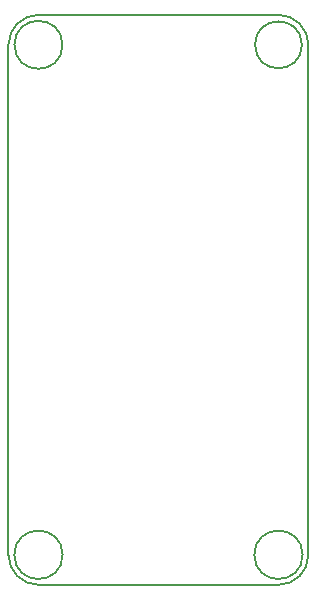
<source format=gbr>
G04 #@! TF.GenerationSoftware,KiCad,Pcbnew,(5.0.1)-4*
G04 #@! TF.CreationDate,2018-12-08T00:24:21+01:00*
G04 #@! TF.ProjectId,Motion Detector,4D6F74696F6E204465746563746F722E,rev?*
G04 #@! TF.SameCoordinates,Original*
G04 #@! TF.FileFunction,Profile,NP*
%FSLAX46Y46*%
G04 Gerber Fmt 4.6, Leading zero omitted, Abs format (unit mm)*
G04 Created by KiCad (PCBNEW (5.0.1)-4) date 08-Dec-18 12:24:21 AM*
%MOMM*%
%LPD*%
G01*
G04 APERTURE LIST*
%ADD10C,0.150000*%
G04 APERTURE END LIST*
D10*
X160797813Y-116840000D02*
G75*
G03X160797813Y-116840000I-2047813J0D01*
G01*
X140477813Y-116840000D02*
G75*
G03X140477813Y-116840000I-2047813J0D01*
G01*
X140462000Y-73660000D02*
G75*
G03X140462000Y-73660000I-2032000J0D01*
G01*
X160733803Y-73660000D02*
G75*
G03X160733803Y-73660000I-1983803J0D01*
G01*
X135890000Y-116840000D02*
X135890000Y-73660000D01*
X158750000Y-119380000D02*
X138430000Y-119380000D01*
X161290000Y-73660000D02*
X161290000Y-116840000D01*
X138430000Y-71120000D02*
X158750000Y-71120000D01*
X158750000Y-71120000D02*
G75*
G02X161290000Y-73660000I0J-2540000D01*
G01*
X135890000Y-73660000D02*
G75*
G02X138430000Y-71120000I2540000J0D01*
G01*
X138430000Y-119380000D02*
G75*
G02X135890000Y-116840000I0J2540000D01*
G01*
X161290000Y-116840000D02*
G75*
G02X158750000Y-119380000I-2540000J0D01*
G01*
M02*

</source>
